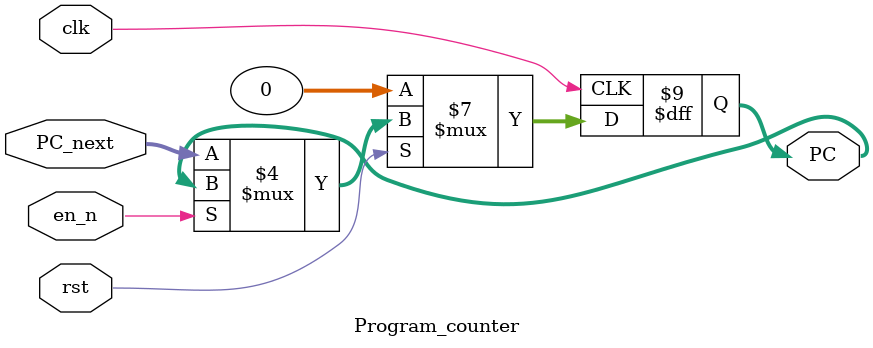
<source format=sv>
`timescale 1ns/1ps
module Program_counter(clk,rst,PC_next,en_n,PC);

input bit clk,rst;
input bit en_n; //enable signal to load the next value
input bit [31:0] PC_next;
output bit [31:0] PC;

    always @(posedge clk) begin
        if (~rst) //synchronous active low
            PC <= 0;
        else if(~en_n)
            PC <= PC_next;
    end
endmodule

</source>
